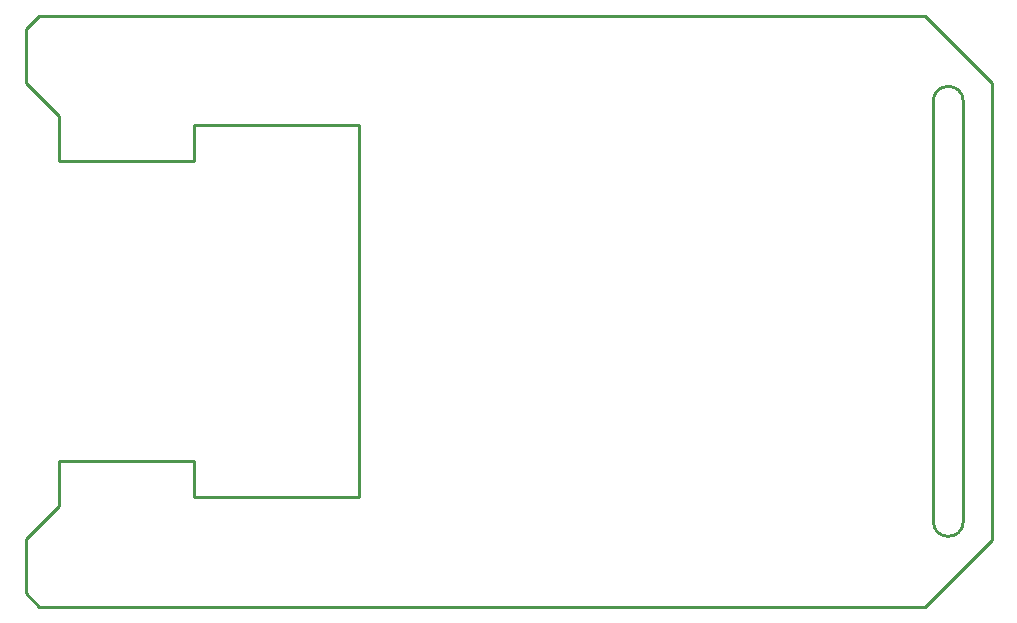
<source format=gko>
G04 Layer: BoardOutline*
G04 EasyEDA v6.4.25, 2021-12-03T12:42:08+01:00*
G04 2d58df8d6caf48aab7ee05f2cd6f65b2,9c416354eb984020824aaf9c885bead6,10*
G04 Gerber Generator version 0.2*
G04 Scale: 100 percent, Rotated: No, Reflected: No *
G04 Dimensions in inches *
G04 leading zeros omitted , absolute positions ,3 integer and 6 decimal *
%FSLAX36Y36*%
%MOIN*%

%ADD10C,0.0100*%
D10*
X240000Y500000D02*
G01*
X-210000Y500000D01*
X790000Y-220000D02*
G01*
X790000Y-220000D01*
X790000Y-620000D01*
X790000Y-620000D01*
X510000Y-620000D01*
X240000Y-620000D01*
X240000Y-620000D01*
X240000Y-500000D01*
X-319989Y-760000D02*
G01*
X-210000Y-650000D01*
X-210000Y-500000D01*
X240000Y-500000D02*
G01*
X-210000Y-500000D01*
X-320000Y760000D02*
G01*
X-210000Y650000D01*
X-210000Y500000D01*
X240000Y500000D02*
G01*
X240000Y620000D01*
X790000Y620000D01*
X790000Y400000D01*
X790000Y190000D01*
X790000Y-220000D01*
X-275590Y-984299D02*
G01*
X-319991Y-939899D01*
X-319991Y-759998D01*
X-275599Y984299D02*
G01*
X-320000Y939899D01*
X-320000Y760000D01*
X2677165Y-984252D02*
G01*
X-275590Y-984252D01*
X2900000Y760000D02*
G01*
X2900000Y761417D01*
X2677165Y984252D01*
X-275590Y984252D02*
G01*
X2677165Y984252D01*
X2900000Y760000D02*
G01*
X2900000Y-761399D01*
X2677200Y-984299D01*
G75*
G01*
X2705000Y700000D02*
G02*
X2805000Y700000I50000J0D01*
X2805000Y700000D02*
G01*
X2805000Y-700000D01*
G75*
G01*
X2805000Y-700000D02*
G02*
X2705000Y-700000I-50000J0D01*
X2705000Y-700000D02*
G01*
X2705000Y700000D01*

%LPD*%
M02*

</source>
